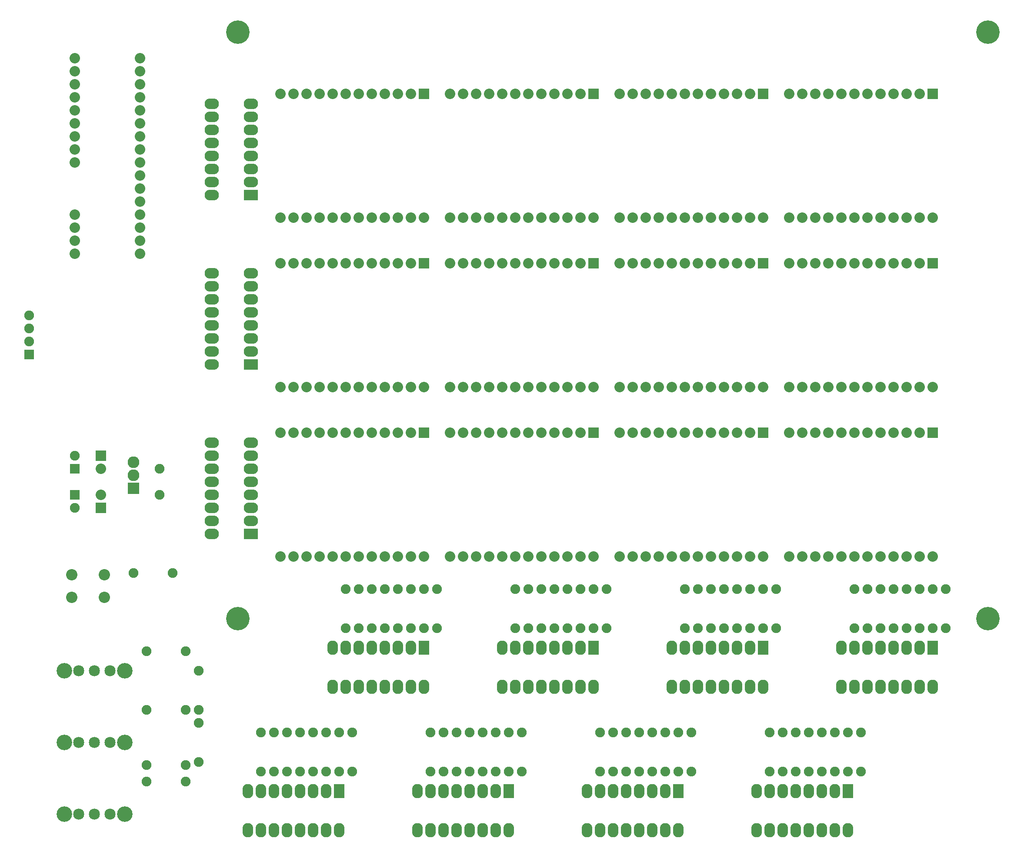
<source format=gts>
G04 (created by PCBNEW-RS274X (2012-01-19 BZR 3256)-stable) date 7/17/2013 1:40:20 PM*
G01*
G70*
G90*
%MOIN*%
G04 Gerber Fmt 3.4, Leading zero omitted, Abs format*
%FSLAX34Y34*%
G04 APERTURE LIST*
%ADD10C,0.006000*%
%ADD11C,0.180000*%
%ADD12R,0.075000X0.075000*%
%ADD13C,0.075000*%
%ADD14R,0.080000X0.080000*%
%ADD15C,0.080000*%
%ADD16R,0.110000X0.082000*%
%ADD17O,0.110000X0.082000*%
%ADD18C,0.090000*%
%ADD19R,0.090000X0.090000*%
%ADD20R,0.082000X0.110000*%
%ADD21O,0.082000X0.110000*%
%ADD22C,0.087000*%
%ADD23C,0.085000*%
%ADD24C,0.119000*%
G04 APERTURE END LIST*
G54D10*
G54D11*
X108500Y-53000D03*
X108500Y-08000D03*
G54D12*
X38500Y-41500D03*
G54D13*
X38500Y-40500D03*
G54D12*
X38500Y-43500D03*
G54D13*
X38500Y-44500D03*
G54D14*
X65250Y-12750D03*
G54D15*
X64250Y-12750D03*
X63250Y-12750D03*
X62250Y-12750D03*
X61250Y-12750D03*
X60250Y-12750D03*
X59250Y-12750D03*
X58250Y-12750D03*
X57250Y-12750D03*
X56250Y-12750D03*
X55250Y-12750D03*
X54250Y-12750D03*
X54250Y-22250D03*
X55250Y-22250D03*
X56250Y-22250D03*
X57250Y-22250D03*
X58250Y-22250D03*
X59250Y-22250D03*
X60250Y-22250D03*
X61250Y-22250D03*
X62250Y-22250D03*
X63250Y-22250D03*
X64250Y-22250D03*
X65250Y-22250D03*
G54D14*
X65250Y-25750D03*
G54D15*
X64250Y-25750D03*
X63250Y-25750D03*
X62250Y-25750D03*
X61250Y-25750D03*
X60250Y-25750D03*
X59250Y-25750D03*
X58250Y-25750D03*
X57250Y-25750D03*
X56250Y-25750D03*
X55250Y-25750D03*
X54250Y-25750D03*
X54250Y-35250D03*
X55250Y-35250D03*
X56250Y-35250D03*
X57250Y-35250D03*
X58250Y-35250D03*
X59250Y-35250D03*
X60250Y-35250D03*
X61250Y-35250D03*
X62250Y-35250D03*
X63250Y-35250D03*
X64250Y-35250D03*
X65250Y-35250D03*
G54D14*
X65250Y-38750D03*
G54D15*
X64250Y-38750D03*
X63250Y-38750D03*
X62250Y-38750D03*
X61250Y-38750D03*
X60250Y-38750D03*
X59250Y-38750D03*
X58250Y-38750D03*
X57250Y-38750D03*
X56250Y-38750D03*
X55250Y-38750D03*
X54250Y-38750D03*
X54250Y-48250D03*
X55250Y-48250D03*
X56250Y-48250D03*
X57250Y-48250D03*
X58250Y-48250D03*
X59250Y-48250D03*
X60250Y-48250D03*
X61250Y-48250D03*
X62250Y-48250D03*
X63250Y-48250D03*
X64250Y-48250D03*
X65250Y-48250D03*
G54D14*
X78250Y-12750D03*
G54D15*
X77250Y-12750D03*
X76250Y-12750D03*
X75250Y-12750D03*
X74250Y-12750D03*
X73250Y-12750D03*
X72250Y-12750D03*
X71250Y-12750D03*
X70250Y-12750D03*
X69250Y-12750D03*
X68250Y-12750D03*
X67250Y-12750D03*
X67250Y-22250D03*
X68250Y-22250D03*
X69250Y-22250D03*
X70250Y-22250D03*
X71250Y-22250D03*
X72250Y-22250D03*
X73250Y-22250D03*
X74250Y-22250D03*
X75250Y-22250D03*
X76250Y-22250D03*
X77250Y-22250D03*
X78250Y-22250D03*
G54D14*
X78250Y-25750D03*
G54D15*
X77250Y-25750D03*
X76250Y-25750D03*
X75250Y-25750D03*
X74250Y-25750D03*
X73250Y-25750D03*
X72250Y-25750D03*
X71250Y-25750D03*
X70250Y-25750D03*
X69250Y-25750D03*
X68250Y-25750D03*
X67250Y-25750D03*
X67250Y-35250D03*
X68250Y-35250D03*
X69250Y-35250D03*
X70250Y-35250D03*
X71250Y-35250D03*
X72250Y-35250D03*
X73250Y-35250D03*
X74250Y-35250D03*
X75250Y-35250D03*
X76250Y-35250D03*
X77250Y-35250D03*
X78250Y-35250D03*
G54D14*
X78250Y-38750D03*
G54D15*
X77250Y-38750D03*
X76250Y-38750D03*
X75250Y-38750D03*
X74250Y-38750D03*
X73250Y-38750D03*
X72250Y-38750D03*
X71250Y-38750D03*
X70250Y-38750D03*
X69250Y-38750D03*
X68250Y-38750D03*
X67250Y-38750D03*
X67250Y-48250D03*
X68250Y-48250D03*
X69250Y-48250D03*
X70250Y-48250D03*
X71250Y-48250D03*
X72250Y-48250D03*
X73250Y-48250D03*
X74250Y-48250D03*
X75250Y-48250D03*
X76250Y-48250D03*
X77250Y-48250D03*
X78250Y-48250D03*
G54D14*
X91250Y-12750D03*
G54D15*
X90250Y-12750D03*
X89250Y-12750D03*
X88250Y-12750D03*
X87250Y-12750D03*
X86250Y-12750D03*
X85250Y-12750D03*
X84250Y-12750D03*
X83250Y-12750D03*
X82250Y-12750D03*
X81250Y-12750D03*
X80250Y-12750D03*
X80250Y-22250D03*
X81250Y-22250D03*
X82250Y-22250D03*
X83250Y-22250D03*
X84250Y-22250D03*
X85250Y-22250D03*
X86250Y-22250D03*
X87250Y-22250D03*
X88250Y-22250D03*
X89250Y-22250D03*
X90250Y-22250D03*
X91250Y-22250D03*
G54D14*
X91250Y-25750D03*
G54D15*
X90250Y-25750D03*
X89250Y-25750D03*
X88250Y-25750D03*
X87250Y-25750D03*
X86250Y-25750D03*
X85250Y-25750D03*
X84250Y-25750D03*
X83250Y-25750D03*
X82250Y-25750D03*
X81250Y-25750D03*
X80250Y-25750D03*
X80250Y-35250D03*
X81250Y-35250D03*
X82250Y-35250D03*
X83250Y-35250D03*
X84250Y-35250D03*
X85250Y-35250D03*
X86250Y-35250D03*
X87250Y-35250D03*
X88250Y-35250D03*
X89250Y-35250D03*
X90250Y-35250D03*
X91250Y-35250D03*
G54D14*
X91250Y-38750D03*
G54D15*
X90250Y-38750D03*
X89250Y-38750D03*
X88250Y-38750D03*
X87250Y-38750D03*
X86250Y-38750D03*
X85250Y-38750D03*
X84250Y-38750D03*
X83250Y-38750D03*
X82250Y-38750D03*
X81250Y-38750D03*
X80250Y-38750D03*
X80250Y-48250D03*
X81250Y-48250D03*
X82250Y-48250D03*
X83250Y-48250D03*
X84250Y-48250D03*
X85250Y-48250D03*
X86250Y-48250D03*
X87250Y-48250D03*
X88250Y-48250D03*
X89250Y-48250D03*
X90250Y-48250D03*
X91250Y-48250D03*
G54D14*
X104250Y-12750D03*
G54D15*
X103250Y-12750D03*
X102250Y-12750D03*
X101250Y-12750D03*
X100250Y-12750D03*
X99250Y-12750D03*
X98250Y-12750D03*
X97250Y-12750D03*
X96250Y-12750D03*
X95250Y-12750D03*
X94250Y-12750D03*
X93250Y-12750D03*
X93250Y-22250D03*
X94250Y-22250D03*
X95250Y-22250D03*
X96250Y-22250D03*
X97250Y-22250D03*
X98250Y-22250D03*
X99250Y-22250D03*
X100250Y-22250D03*
X101250Y-22250D03*
X102250Y-22250D03*
X103250Y-22250D03*
X104250Y-22250D03*
G54D14*
X104250Y-25750D03*
G54D15*
X103250Y-25750D03*
X102250Y-25750D03*
X101250Y-25750D03*
X100250Y-25750D03*
X99250Y-25750D03*
X98250Y-25750D03*
X97250Y-25750D03*
X96250Y-25750D03*
X95250Y-25750D03*
X94250Y-25750D03*
X93250Y-25750D03*
X93250Y-35250D03*
X94250Y-35250D03*
X95250Y-35250D03*
X96250Y-35250D03*
X97250Y-35250D03*
X98250Y-35250D03*
X99250Y-35250D03*
X100250Y-35250D03*
X101250Y-35250D03*
X102250Y-35250D03*
X103250Y-35250D03*
X104250Y-35250D03*
G54D14*
X104250Y-38750D03*
G54D15*
X103250Y-38750D03*
X102250Y-38750D03*
X101250Y-38750D03*
X100250Y-38750D03*
X99250Y-38750D03*
X98250Y-38750D03*
X97250Y-38750D03*
X96250Y-38750D03*
X95250Y-38750D03*
X94250Y-38750D03*
X93250Y-38750D03*
X93250Y-48250D03*
X94250Y-48250D03*
X95250Y-48250D03*
X96250Y-48250D03*
X97250Y-48250D03*
X98250Y-48250D03*
X99250Y-48250D03*
X100250Y-48250D03*
X101250Y-48250D03*
X102250Y-48250D03*
X103250Y-48250D03*
X104250Y-48250D03*
G54D16*
X52000Y-20500D03*
G54D17*
X52000Y-19500D03*
X52000Y-18500D03*
X52000Y-17500D03*
X52000Y-16500D03*
X52000Y-15500D03*
X52000Y-14500D03*
X52000Y-13500D03*
X49000Y-13500D03*
X49000Y-14500D03*
X49000Y-15500D03*
X49000Y-16500D03*
X49000Y-17500D03*
X49000Y-18500D03*
X49000Y-19500D03*
X49000Y-20500D03*
G54D16*
X52000Y-33500D03*
G54D17*
X52000Y-32500D03*
X52000Y-31500D03*
X52000Y-30500D03*
X52000Y-29500D03*
X52000Y-28500D03*
X52000Y-27500D03*
X52000Y-26500D03*
X49000Y-26500D03*
X49000Y-27500D03*
X49000Y-28500D03*
X49000Y-29500D03*
X49000Y-30500D03*
X49000Y-31500D03*
X49000Y-32500D03*
X49000Y-33500D03*
G54D16*
X52000Y-46500D03*
G54D17*
X52000Y-45500D03*
X52000Y-44500D03*
X52000Y-43500D03*
X52000Y-42500D03*
X52000Y-41500D03*
X52000Y-40500D03*
X52000Y-39500D03*
X49000Y-39500D03*
X49000Y-40500D03*
X49000Y-41500D03*
X49000Y-42500D03*
X49000Y-43500D03*
X49000Y-44500D03*
X49000Y-45500D03*
X49000Y-46500D03*
G54D18*
X43000Y-41000D03*
X43000Y-42000D03*
G54D19*
X43000Y-43000D03*
G54D13*
X65250Y-53750D03*
X65250Y-50750D03*
X73250Y-53750D03*
X73250Y-50750D03*
X72250Y-53750D03*
X72250Y-50750D03*
X74250Y-53750D03*
X74250Y-50750D03*
X75250Y-53750D03*
X75250Y-50750D03*
X62250Y-53750D03*
X62250Y-50750D03*
X61250Y-53750D03*
X61250Y-50750D03*
X59250Y-53750D03*
X59250Y-50750D03*
X60250Y-53750D03*
X60250Y-50750D03*
X64250Y-53750D03*
X64250Y-50750D03*
X63250Y-53750D03*
X63250Y-50750D03*
X76250Y-53750D03*
X76250Y-50750D03*
X66250Y-53750D03*
X66250Y-50750D03*
X94750Y-64750D03*
X94750Y-61750D03*
X93750Y-64750D03*
X93750Y-61750D03*
X91750Y-64750D03*
X91750Y-61750D03*
X92750Y-64750D03*
X92750Y-61750D03*
X96750Y-64750D03*
X96750Y-61750D03*
X95750Y-64750D03*
X95750Y-61750D03*
X97750Y-64750D03*
X97750Y-61750D03*
X87250Y-53750D03*
X87250Y-50750D03*
X105250Y-53750D03*
X105250Y-50750D03*
X104250Y-53750D03*
X104250Y-50750D03*
X102250Y-53750D03*
X102250Y-50750D03*
X103250Y-53750D03*
X103250Y-50750D03*
X99250Y-53750D03*
X99250Y-50750D03*
X98250Y-53750D03*
X98250Y-50750D03*
X100250Y-53750D03*
X100250Y-50750D03*
X101250Y-53750D03*
X101250Y-50750D03*
X88250Y-53750D03*
X88250Y-50750D03*
X77250Y-53750D03*
X77250Y-50750D03*
X85250Y-53750D03*
X85250Y-50750D03*
X86250Y-53750D03*
X86250Y-50750D03*
X90250Y-53750D03*
X90250Y-50750D03*
X89250Y-53750D03*
X89250Y-50750D03*
X91250Y-53750D03*
X91250Y-50750D03*
X92250Y-53750D03*
X92250Y-50750D03*
X79250Y-53750D03*
X79250Y-50750D03*
X78250Y-53750D03*
X78250Y-50750D03*
X85750Y-64750D03*
X85750Y-61750D03*
X98750Y-64750D03*
X98750Y-61750D03*
X43000Y-49500D03*
X46000Y-49500D03*
X44000Y-55500D03*
X47000Y-55500D03*
X48000Y-60000D03*
X48000Y-57000D03*
X44000Y-60000D03*
X47000Y-60000D03*
X48000Y-64000D03*
X48000Y-61000D03*
X44000Y-64250D03*
X47000Y-64250D03*
X44000Y-65500D03*
X47000Y-65500D03*
X59750Y-64750D03*
X59750Y-61750D03*
X58750Y-64750D03*
X58750Y-61750D03*
X56750Y-64750D03*
X56750Y-61750D03*
X57750Y-64750D03*
X57750Y-61750D03*
X53750Y-64750D03*
X53750Y-61750D03*
X52750Y-64750D03*
X52750Y-61750D03*
X54750Y-64750D03*
X54750Y-61750D03*
X55750Y-64750D03*
X55750Y-61750D03*
X68750Y-64750D03*
X68750Y-61750D03*
X84750Y-64750D03*
X84750Y-61750D03*
X82750Y-64750D03*
X82750Y-61750D03*
X83750Y-64750D03*
X83750Y-61750D03*
X79750Y-64750D03*
X79750Y-61750D03*
X78750Y-64750D03*
X78750Y-61750D03*
X80750Y-64750D03*
X80750Y-61750D03*
X81750Y-64750D03*
X81750Y-61750D03*
X72750Y-64750D03*
X72750Y-61750D03*
X71750Y-64750D03*
X71750Y-61750D03*
X69750Y-64750D03*
X69750Y-61750D03*
X70750Y-64750D03*
X70750Y-61750D03*
X66750Y-64750D03*
X66750Y-61750D03*
X65750Y-64750D03*
X65750Y-61750D03*
X67750Y-64750D03*
X67750Y-61750D03*
G54D20*
X97750Y-66250D03*
G54D21*
X96750Y-66250D03*
X95750Y-66250D03*
X94750Y-66250D03*
X93750Y-66250D03*
X92750Y-66250D03*
X91750Y-66250D03*
X90750Y-66250D03*
X90750Y-69250D03*
X91750Y-69250D03*
X92750Y-69250D03*
X93750Y-69250D03*
X94750Y-69250D03*
X95750Y-69250D03*
X96750Y-69250D03*
X97750Y-69250D03*
G54D20*
X84750Y-66250D03*
G54D21*
X83750Y-66250D03*
X82750Y-66250D03*
X81750Y-66250D03*
X80750Y-66250D03*
X79750Y-66250D03*
X78750Y-66250D03*
X77750Y-66250D03*
X77750Y-69250D03*
X78750Y-69250D03*
X79750Y-69250D03*
X80750Y-69250D03*
X81750Y-69250D03*
X82750Y-69250D03*
X83750Y-69250D03*
X84750Y-69250D03*
G54D20*
X71750Y-66250D03*
G54D21*
X70750Y-66250D03*
X69750Y-66250D03*
X68750Y-66250D03*
X67750Y-66250D03*
X66750Y-66250D03*
X65750Y-66250D03*
X64750Y-66250D03*
X64750Y-69250D03*
X65750Y-69250D03*
X66750Y-69250D03*
X67750Y-69250D03*
X68750Y-69250D03*
X69750Y-69250D03*
X70750Y-69250D03*
X71750Y-69250D03*
G54D20*
X58750Y-66250D03*
G54D21*
X57750Y-66250D03*
X56750Y-66250D03*
X55750Y-66250D03*
X54750Y-66250D03*
X53750Y-66250D03*
X52750Y-66250D03*
X51750Y-66250D03*
X51750Y-69250D03*
X52750Y-69250D03*
X53750Y-69250D03*
X54750Y-69250D03*
X55750Y-69250D03*
X56750Y-69250D03*
X57750Y-69250D03*
X58750Y-69250D03*
G54D20*
X104250Y-55250D03*
G54D21*
X103250Y-55250D03*
X102250Y-55250D03*
X101250Y-55250D03*
X100250Y-55250D03*
X99250Y-55250D03*
X98250Y-55250D03*
X97250Y-55250D03*
X97250Y-58250D03*
X98250Y-58250D03*
X99250Y-58250D03*
X100250Y-58250D03*
X101250Y-58250D03*
X102250Y-58250D03*
X103250Y-58250D03*
X104250Y-58250D03*
G54D20*
X65250Y-55250D03*
G54D21*
X64250Y-55250D03*
X63250Y-55250D03*
X62250Y-55250D03*
X61250Y-55250D03*
X60250Y-55250D03*
X59250Y-55250D03*
X58250Y-55250D03*
X58250Y-58250D03*
X59250Y-58250D03*
X60250Y-58250D03*
X61250Y-58250D03*
X62250Y-58250D03*
X63250Y-58250D03*
X64250Y-58250D03*
X65250Y-58250D03*
G54D20*
X78250Y-55250D03*
G54D21*
X77250Y-55250D03*
X76250Y-55250D03*
X75250Y-55250D03*
X74250Y-55250D03*
X73250Y-55250D03*
X72250Y-55250D03*
X71250Y-55250D03*
X71250Y-58250D03*
X72250Y-58250D03*
X73250Y-58250D03*
X74250Y-58250D03*
X75250Y-58250D03*
X76250Y-58250D03*
X77250Y-58250D03*
X78250Y-58250D03*
G54D20*
X91250Y-55250D03*
G54D21*
X90250Y-55250D03*
X89250Y-55250D03*
X88250Y-55250D03*
X87250Y-55250D03*
X86250Y-55250D03*
X85250Y-55250D03*
X84250Y-55250D03*
X84250Y-58250D03*
X85250Y-58250D03*
X86250Y-58250D03*
X87250Y-58250D03*
X88250Y-58250D03*
X89250Y-58250D03*
X90250Y-58250D03*
X91250Y-58250D03*
G54D13*
X45000Y-41500D03*
X45000Y-43500D03*
G54D14*
X40500Y-44500D03*
G54D15*
X40500Y-43500D03*
G54D14*
X40500Y-40500D03*
G54D15*
X40500Y-41500D03*
G54D12*
X35000Y-32750D03*
G54D13*
X35000Y-31750D03*
X35000Y-30750D03*
X35000Y-29750D03*
G54D15*
X38500Y-10000D03*
X38500Y-11000D03*
X38500Y-12000D03*
X38500Y-13000D03*
X38500Y-14000D03*
X38500Y-15000D03*
X38500Y-16000D03*
X38500Y-17000D03*
X38500Y-18000D03*
X38500Y-22000D03*
X38500Y-23000D03*
X38500Y-24000D03*
X38500Y-25000D03*
X43500Y-25000D03*
X43500Y-24000D03*
X43500Y-23000D03*
X43500Y-22000D03*
X43500Y-21000D03*
X43500Y-20000D03*
X43500Y-19000D03*
X43500Y-18000D03*
X43500Y-17000D03*
X43500Y-16000D03*
X43500Y-15000D03*
X43500Y-14000D03*
X43500Y-13000D03*
X43500Y-12000D03*
X43500Y-11000D03*
X43500Y-10000D03*
G54D11*
X51000Y-53000D03*
G54D22*
X38250Y-49625D03*
X38250Y-51375D03*
X40750Y-51375D03*
X40750Y-49625D03*
G54D11*
X51000Y-08000D03*
G54D23*
X38800Y-57000D03*
X40000Y-57000D03*
G54D24*
X37680Y-57000D03*
X42320Y-57000D03*
G54D23*
X41200Y-57000D03*
X38800Y-62500D03*
X40000Y-62500D03*
G54D24*
X37680Y-62500D03*
X42320Y-62500D03*
G54D23*
X41200Y-62500D03*
X38800Y-68000D03*
X40000Y-68000D03*
G54D24*
X37680Y-68000D03*
X42320Y-68000D03*
G54D23*
X41200Y-68000D03*
M02*

</source>
